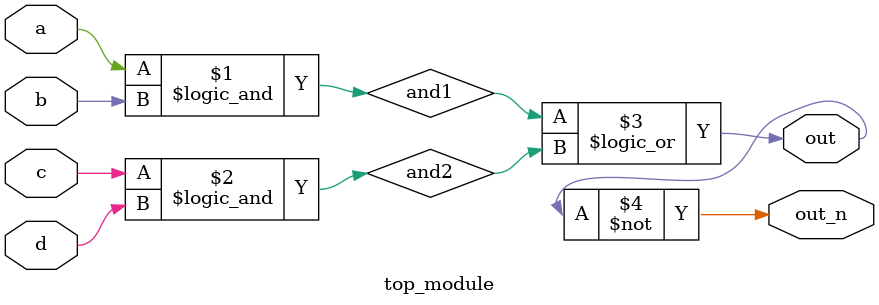
<source format=v>

`default_nettype none   // Disable implicit nets. Reduces some types of bugs.
module top_module(
    input a,
    input b,
    input c,
    input d,
    output out,
    output out_n   ); 
wire and1,and2;
    assign and1=a&&b;
    assign and2=c&&d;
    assign out=and1||and2;
    assign out_n=~out;
    
    
endmodule

</source>
